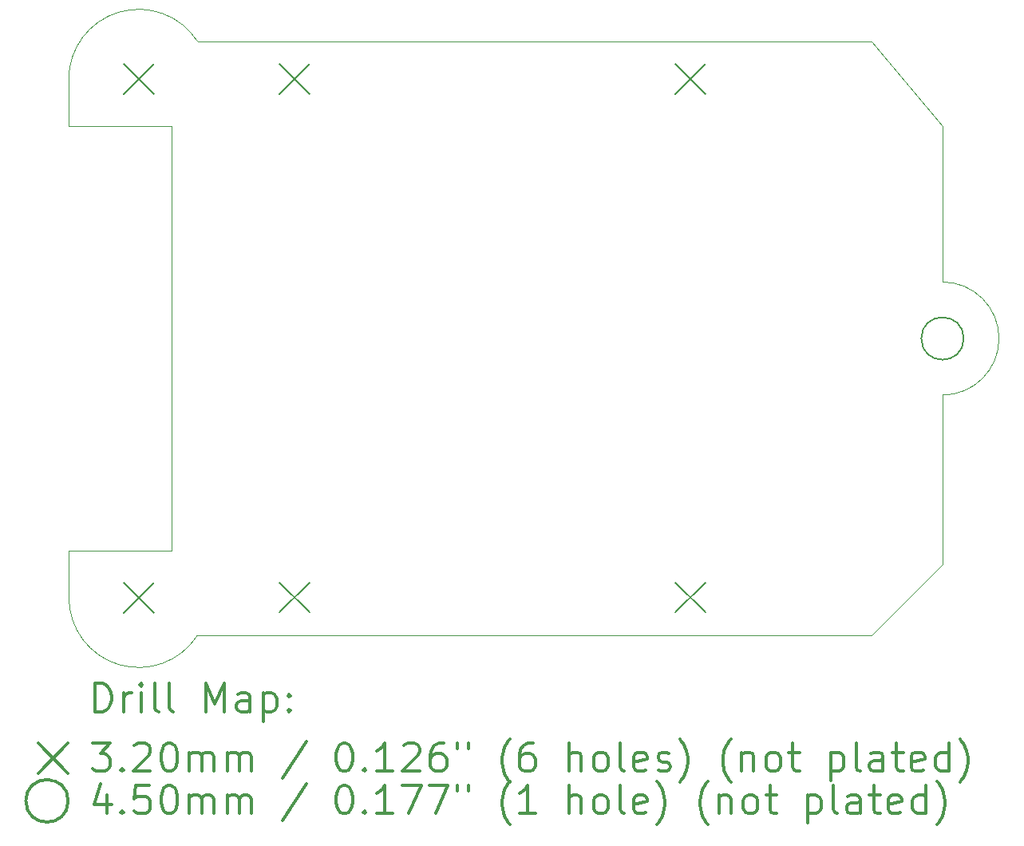
<source format=gbr>
%FSLAX45Y45*%
G04 Gerber Fmt 4.5, Leading zero omitted, Abs format (unit mm)*
G04 Created by KiCad (PCBNEW (5.1.0)-1) date 2022-08-09 13:46:40*
%MOMM*%
%LPD*%
G04 APERTURE LIST*
%ADD10C,0.100000*%
%ADD11C,0.200000*%
%ADD12C,0.300000*%
G04 APERTURE END LIST*
D10*
X15572200Y-6154300D02*
G75*
G02X15572200Y-7354300I0J-600000D01*
G01*
X6305550Y-4504300D02*
X6303022Y-4004334D01*
X7395400Y-4504300D02*
X6305550Y-4504300D01*
X7395400Y-9004300D02*
X7395400Y-4504300D01*
X6305400Y-9004300D02*
X7395400Y-9004300D01*
X6305400Y-9504300D02*
X6305400Y-9004300D01*
X7667443Y-9905128D02*
G75*
G02X6305400Y-9504300I-622043J400828D01*
G01*
X14820900Y-9904300D02*
X7667443Y-9905128D01*
X15572200Y-9153000D02*
X14820900Y-9904300D01*
X15572200Y-7354300D02*
X15572200Y-9153000D01*
X15572200Y-4504300D02*
X15572200Y-6154300D01*
X14820900Y-3604300D02*
X15572200Y-4504300D01*
X7670800Y-3604300D02*
X14820900Y-3604300D01*
X6303022Y-4004334D02*
G75*
G02X7670800Y-3604300I742378J34D01*
G01*
D11*
X12740000Y-3840000D02*
X13060000Y-4160000D01*
X13060000Y-3840000D02*
X12740000Y-4160000D01*
X8540000Y-9340000D02*
X8860000Y-9660000D01*
X8860000Y-9340000D02*
X8540000Y-9660000D01*
X6885400Y-3844300D02*
X7205400Y-4164300D01*
X7205400Y-3844300D02*
X6885400Y-4164300D01*
X8540000Y-3840000D02*
X8860000Y-4160000D01*
X8860000Y-3840000D02*
X8540000Y-4160000D01*
X12740000Y-9340000D02*
X13060000Y-9660000D01*
X13060000Y-9340000D02*
X12740000Y-9660000D01*
X6885400Y-9344300D02*
X7205400Y-9664300D01*
X7205400Y-9344300D02*
X6885400Y-9664300D01*
X15797200Y-6754300D02*
G75*
G03X15797200Y-6754300I-225000J0D01*
G01*
D12*
X6584450Y-10715014D02*
X6584450Y-10415014D01*
X6655879Y-10415014D01*
X6698736Y-10429300D01*
X6727308Y-10457872D01*
X6741593Y-10486443D01*
X6755879Y-10543586D01*
X6755879Y-10586443D01*
X6741593Y-10643586D01*
X6727308Y-10672157D01*
X6698736Y-10700729D01*
X6655879Y-10715014D01*
X6584450Y-10715014D01*
X6884450Y-10715014D02*
X6884450Y-10515014D01*
X6884450Y-10572157D02*
X6898736Y-10543586D01*
X6913022Y-10529300D01*
X6941593Y-10515014D01*
X6970165Y-10515014D01*
X7070165Y-10715014D02*
X7070165Y-10515014D01*
X7070165Y-10415014D02*
X7055879Y-10429300D01*
X7070165Y-10443586D01*
X7084450Y-10429300D01*
X7070165Y-10415014D01*
X7070165Y-10443586D01*
X7255879Y-10715014D02*
X7227308Y-10700729D01*
X7213022Y-10672157D01*
X7213022Y-10415014D01*
X7413022Y-10715014D02*
X7384450Y-10700729D01*
X7370165Y-10672157D01*
X7370165Y-10415014D01*
X7755879Y-10715014D02*
X7755879Y-10415014D01*
X7855879Y-10629300D01*
X7955879Y-10415014D01*
X7955879Y-10715014D01*
X8227308Y-10715014D02*
X8227308Y-10557872D01*
X8213022Y-10529300D01*
X8184450Y-10515014D01*
X8127308Y-10515014D01*
X8098736Y-10529300D01*
X8227308Y-10700729D02*
X8198736Y-10715014D01*
X8127308Y-10715014D01*
X8098736Y-10700729D01*
X8084450Y-10672157D01*
X8084450Y-10643586D01*
X8098736Y-10615014D01*
X8127308Y-10600729D01*
X8198736Y-10600729D01*
X8227308Y-10586443D01*
X8370165Y-10515014D02*
X8370165Y-10815014D01*
X8370165Y-10529300D02*
X8398736Y-10515014D01*
X8455879Y-10515014D01*
X8484450Y-10529300D01*
X8498736Y-10543586D01*
X8513022Y-10572157D01*
X8513022Y-10657872D01*
X8498736Y-10686443D01*
X8484450Y-10700729D01*
X8455879Y-10715014D01*
X8398736Y-10715014D01*
X8370165Y-10700729D01*
X8641593Y-10686443D02*
X8655879Y-10700729D01*
X8641593Y-10715014D01*
X8627308Y-10700729D01*
X8641593Y-10686443D01*
X8641593Y-10715014D01*
X8641593Y-10529300D02*
X8655879Y-10543586D01*
X8641593Y-10557872D01*
X8627308Y-10543586D01*
X8641593Y-10529300D01*
X8641593Y-10557872D01*
X5978022Y-11049300D02*
X6298022Y-11369300D01*
X6298022Y-11049300D02*
X5978022Y-11369300D01*
X6555879Y-11045014D02*
X6741593Y-11045014D01*
X6641593Y-11159300D01*
X6684450Y-11159300D01*
X6713022Y-11173586D01*
X6727308Y-11187871D01*
X6741593Y-11216443D01*
X6741593Y-11287871D01*
X6727308Y-11316443D01*
X6713022Y-11330729D01*
X6684450Y-11345014D01*
X6598736Y-11345014D01*
X6570165Y-11330729D01*
X6555879Y-11316443D01*
X6870165Y-11316443D02*
X6884450Y-11330729D01*
X6870165Y-11345014D01*
X6855879Y-11330729D01*
X6870165Y-11316443D01*
X6870165Y-11345014D01*
X6998736Y-11073586D02*
X7013022Y-11059300D01*
X7041593Y-11045014D01*
X7113022Y-11045014D01*
X7141593Y-11059300D01*
X7155879Y-11073586D01*
X7170165Y-11102157D01*
X7170165Y-11130729D01*
X7155879Y-11173586D01*
X6984450Y-11345014D01*
X7170165Y-11345014D01*
X7355879Y-11045014D02*
X7384450Y-11045014D01*
X7413022Y-11059300D01*
X7427308Y-11073586D01*
X7441593Y-11102157D01*
X7455879Y-11159300D01*
X7455879Y-11230729D01*
X7441593Y-11287871D01*
X7427308Y-11316443D01*
X7413022Y-11330729D01*
X7384450Y-11345014D01*
X7355879Y-11345014D01*
X7327308Y-11330729D01*
X7313022Y-11316443D01*
X7298736Y-11287871D01*
X7284450Y-11230729D01*
X7284450Y-11159300D01*
X7298736Y-11102157D01*
X7313022Y-11073586D01*
X7327308Y-11059300D01*
X7355879Y-11045014D01*
X7584450Y-11345014D02*
X7584450Y-11145014D01*
X7584450Y-11173586D02*
X7598736Y-11159300D01*
X7627308Y-11145014D01*
X7670165Y-11145014D01*
X7698736Y-11159300D01*
X7713022Y-11187871D01*
X7713022Y-11345014D01*
X7713022Y-11187871D02*
X7727308Y-11159300D01*
X7755879Y-11145014D01*
X7798736Y-11145014D01*
X7827308Y-11159300D01*
X7841593Y-11187871D01*
X7841593Y-11345014D01*
X7984450Y-11345014D02*
X7984450Y-11145014D01*
X7984450Y-11173586D02*
X7998736Y-11159300D01*
X8027308Y-11145014D01*
X8070165Y-11145014D01*
X8098736Y-11159300D01*
X8113022Y-11187871D01*
X8113022Y-11345014D01*
X8113022Y-11187871D02*
X8127308Y-11159300D01*
X8155879Y-11145014D01*
X8198736Y-11145014D01*
X8227308Y-11159300D01*
X8241593Y-11187871D01*
X8241593Y-11345014D01*
X8827308Y-11030729D02*
X8570165Y-11416443D01*
X9213022Y-11045014D02*
X9241593Y-11045014D01*
X9270165Y-11059300D01*
X9284450Y-11073586D01*
X9298736Y-11102157D01*
X9313022Y-11159300D01*
X9313022Y-11230729D01*
X9298736Y-11287871D01*
X9284450Y-11316443D01*
X9270165Y-11330729D01*
X9241593Y-11345014D01*
X9213022Y-11345014D01*
X9184450Y-11330729D01*
X9170165Y-11316443D01*
X9155879Y-11287871D01*
X9141593Y-11230729D01*
X9141593Y-11159300D01*
X9155879Y-11102157D01*
X9170165Y-11073586D01*
X9184450Y-11059300D01*
X9213022Y-11045014D01*
X9441593Y-11316443D02*
X9455879Y-11330729D01*
X9441593Y-11345014D01*
X9427308Y-11330729D01*
X9441593Y-11316443D01*
X9441593Y-11345014D01*
X9741593Y-11345014D02*
X9570165Y-11345014D01*
X9655879Y-11345014D02*
X9655879Y-11045014D01*
X9627308Y-11087872D01*
X9598736Y-11116443D01*
X9570165Y-11130729D01*
X9855879Y-11073586D02*
X9870165Y-11059300D01*
X9898736Y-11045014D01*
X9970165Y-11045014D01*
X9998736Y-11059300D01*
X10013022Y-11073586D01*
X10027308Y-11102157D01*
X10027308Y-11130729D01*
X10013022Y-11173586D01*
X9841593Y-11345014D01*
X10027308Y-11345014D01*
X10284450Y-11045014D02*
X10227308Y-11045014D01*
X10198736Y-11059300D01*
X10184450Y-11073586D01*
X10155879Y-11116443D01*
X10141593Y-11173586D01*
X10141593Y-11287871D01*
X10155879Y-11316443D01*
X10170165Y-11330729D01*
X10198736Y-11345014D01*
X10255879Y-11345014D01*
X10284450Y-11330729D01*
X10298736Y-11316443D01*
X10313022Y-11287871D01*
X10313022Y-11216443D01*
X10298736Y-11187871D01*
X10284450Y-11173586D01*
X10255879Y-11159300D01*
X10198736Y-11159300D01*
X10170165Y-11173586D01*
X10155879Y-11187871D01*
X10141593Y-11216443D01*
X10427308Y-11045014D02*
X10427308Y-11102157D01*
X10541593Y-11045014D02*
X10541593Y-11102157D01*
X10984450Y-11459300D02*
X10970165Y-11445014D01*
X10941593Y-11402157D01*
X10927308Y-11373586D01*
X10913022Y-11330729D01*
X10898736Y-11259300D01*
X10898736Y-11202157D01*
X10913022Y-11130729D01*
X10927308Y-11087872D01*
X10941593Y-11059300D01*
X10970165Y-11016443D01*
X10984450Y-11002157D01*
X11227308Y-11045014D02*
X11170165Y-11045014D01*
X11141593Y-11059300D01*
X11127308Y-11073586D01*
X11098736Y-11116443D01*
X11084450Y-11173586D01*
X11084450Y-11287871D01*
X11098736Y-11316443D01*
X11113022Y-11330729D01*
X11141593Y-11345014D01*
X11198736Y-11345014D01*
X11227308Y-11330729D01*
X11241593Y-11316443D01*
X11255879Y-11287871D01*
X11255879Y-11216443D01*
X11241593Y-11187871D01*
X11227308Y-11173586D01*
X11198736Y-11159300D01*
X11141593Y-11159300D01*
X11113022Y-11173586D01*
X11098736Y-11187871D01*
X11084450Y-11216443D01*
X11613022Y-11345014D02*
X11613022Y-11045014D01*
X11741593Y-11345014D02*
X11741593Y-11187871D01*
X11727308Y-11159300D01*
X11698736Y-11145014D01*
X11655879Y-11145014D01*
X11627308Y-11159300D01*
X11613022Y-11173586D01*
X11927308Y-11345014D02*
X11898736Y-11330729D01*
X11884450Y-11316443D01*
X11870165Y-11287871D01*
X11870165Y-11202157D01*
X11884450Y-11173586D01*
X11898736Y-11159300D01*
X11927308Y-11145014D01*
X11970165Y-11145014D01*
X11998736Y-11159300D01*
X12013022Y-11173586D01*
X12027308Y-11202157D01*
X12027308Y-11287871D01*
X12013022Y-11316443D01*
X11998736Y-11330729D01*
X11970165Y-11345014D01*
X11927308Y-11345014D01*
X12198736Y-11345014D02*
X12170165Y-11330729D01*
X12155879Y-11302157D01*
X12155879Y-11045014D01*
X12427308Y-11330729D02*
X12398736Y-11345014D01*
X12341593Y-11345014D01*
X12313022Y-11330729D01*
X12298736Y-11302157D01*
X12298736Y-11187871D01*
X12313022Y-11159300D01*
X12341593Y-11145014D01*
X12398736Y-11145014D01*
X12427308Y-11159300D01*
X12441593Y-11187871D01*
X12441593Y-11216443D01*
X12298736Y-11245014D01*
X12555879Y-11330729D02*
X12584450Y-11345014D01*
X12641593Y-11345014D01*
X12670165Y-11330729D01*
X12684450Y-11302157D01*
X12684450Y-11287871D01*
X12670165Y-11259300D01*
X12641593Y-11245014D01*
X12598736Y-11245014D01*
X12570165Y-11230729D01*
X12555879Y-11202157D01*
X12555879Y-11187871D01*
X12570165Y-11159300D01*
X12598736Y-11145014D01*
X12641593Y-11145014D01*
X12670165Y-11159300D01*
X12784450Y-11459300D02*
X12798736Y-11445014D01*
X12827308Y-11402157D01*
X12841593Y-11373586D01*
X12855879Y-11330729D01*
X12870165Y-11259300D01*
X12870165Y-11202157D01*
X12855879Y-11130729D01*
X12841593Y-11087872D01*
X12827308Y-11059300D01*
X12798736Y-11016443D01*
X12784450Y-11002157D01*
X13327308Y-11459300D02*
X13313022Y-11445014D01*
X13284450Y-11402157D01*
X13270165Y-11373586D01*
X13255879Y-11330729D01*
X13241593Y-11259300D01*
X13241593Y-11202157D01*
X13255879Y-11130729D01*
X13270165Y-11087872D01*
X13284450Y-11059300D01*
X13313022Y-11016443D01*
X13327308Y-11002157D01*
X13441593Y-11145014D02*
X13441593Y-11345014D01*
X13441593Y-11173586D02*
X13455879Y-11159300D01*
X13484450Y-11145014D01*
X13527308Y-11145014D01*
X13555879Y-11159300D01*
X13570165Y-11187871D01*
X13570165Y-11345014D01*
X13755879Y-11345014D02*
X13727308Y-11330729D01*
X13713022Y-11316443D01*
X13698736Y-11287871D01*
X13698736Y-11202157D01*
X13713022Y-11173586D01*
X13727308Y-11159300D01*
X13755879Y-11145014D01*
X13798736Y-11145014D01*
X13827308Y-11159300D01*
X13841593Y-11173586D01*
X13855879Y-11202157D01*
X13855879Y-11287871D01*
X13841593Y-11316443D01*
X13827308Y-11330729D01*
X13798736Y-11345014D01*
X13755879Y-11345014D01*
X13941593Y-11145014D02*
X14055879Y-11145014D01*
X13984450Y-11045014D02*
X13984450Y-11302157D01*
X13998736Y-11330729D01*
X14027308Y-11345014D01*
X14055879Y-11345014D01*
X14384450Y-11145014D02*
X14384450Y-11445014D01*
X14384450Y-11159300D02*
X14413022Y-11145014D01*
X14470165Y-11145014D01*
X14498736Y-11159300D01*
X14513022Y-11173586D01*
X14527308Y-11202157D01*
X14527308Y-11287871D01*
X14513022Y-11316443D01*
X14498736Y-11330729D01*
X14470165Y-11345014D01*
X14413022Y-11345014D01*
X14384450Y-11330729D01*
X14698736Y-11345014D02*
X14670165Y-11330729D01*
X14655879Y-11302157D01*
X14655879Y-11045014D01*
X14941593Y-11345014D02*
X14941593Y-11187871D01*
X14927308Y-11159300D01*
X14898736Y-11145014D01*
X14841593Y-11145014D01*
X14813022Y-11159300D01*
X14941593Y-11330729D02*
X14913022Y-11345014D01*
X14841593Y-11345014D01*
X14813022Y-11330729D01*
X14798736Y-11302157D01*
X14798736Y-11273586D01*
X14813022Y-11245014D01*
X14841593Y-11230729D01*
X14913022Y-11230729D01*
X14941593Y-11216443D01*
X15041593Y-11145014D02*
X15155879Y-11145014D01*
X15084450Y-11045014D02*
X15084450Y-11302157D01*
X15098736Y-11330729D01*
X15127308Y-11345014D01*
X15155879Y-11345014D01*
X15370165Y-11330729D02*
X15341593Y-11345014D01*
X15284450Y-11345014D01*
X15255879Y-11330729D01*
X15241593Y-11302157D01*
X15241593Y-11187871D01*
X15255879Y-11159300D01*
X15284450Y-11145014D01*
X15341593Y-11145014D01*
X15370165Y-11159300D01*
X15384450Y-11187871D01*
X15384450Y-11216443D01*
X15241593Y-11245014D01*
X15641593Y-11345014D02*
X15641593Y-11045014D01*
X15641593Y-11330729D02*
X15613022Y-11345014D01*
X15555879Y-11345014D01*
X15527308Y-11330729D01*
X15513022Y-11316443D01*
X15498736Y-11287871D01*
X15498736Y-11202157D01*
X15513022Y-11173586D01*
X15527308Y-11159300D01*
X15555879Y-11145014D01*
X15613022Y-11145014D01*
X15641593Y-11159300D01*
X15755879Y-11459300D02*
X15770165Y-11445014D01*
X15798736Y-11402157D01*
X15813022Y-11373586D01*
X15827308Y-11330729D01*
X15841593Y-11259300D01*
X15841593Y-11202157D01*
X15827308Y-11130729D01*
X15813022Y-11087872D01*
X15798736Y-11059300D01*
X15770165Y-11016443D01*
X15755879Y-11002157D01*
X6298022Y-11659300D02*
G75*
G03X6298022Y-11659300I-225000J0D01*
G01*
X6713022Y-11595014D02*
X6713022Y-11795014D01*
X6641593Y-11480729D02*
X6570165Y-11695014D01*
X6755879Y-11695014D01*
X6870165Y-11766443D02*
X6884450Y-11780729D01*
X6870165Y-11795014D01*
X6855879Y-11780729D01*
X6870165Y-11766443D01*
X6870165Y-11795014D01*
X7155879Y-11495014D02*
X7013022Y-11495014D01*
X6998736Y-11637871D01*
X7013022Y-11623586D01*
X7041593Y-11609300D01*
X7113022Y-11609300D01*
X7141593Y-11623586D01*
X7155879Y-11637871D01*
X7170165Y-11666443D01*
X7170165Y-11737871D01*
X7155879Y-11766443D01*
X7141593Y-11780729D01*
X7113022Y-11795014D01*
X7041593Y-11795014D01*
X7013022Y-11780729D01*
X6998736Y-11766443D01*
X7355879Y-11495014D02*
X7384450Y-11495014D01*
X7413022Y-11509300D01*
X7427308Y-11523586D01*
X7441593Y-11552157D01*
X7455879Y-11609300D01*
X7455879Y-11680729D01*
X7441593Y-11737871D01*
X7427308Y-11766443D01*
X7413022Y-11780729D01*
X7384450Y-11795014D01*
X7355879Y-11795014D01*
X7327308Y-11780729D01*
X7313022Y-11766443D01*
X7298736Y-11737871D01*
X7284450Y-11680729D01*
X7284450Y-11609300D01*
X7298736Y-11552157D01*
X7313022Y-11523586D01*
X7327308Y-11509300D01*
X7355879Y-11495014D01*
X7584450Y-11795014D02*
X7584450Y-11595014D01*
X7584450Y-11623586D02*
X7598736Y-11609300D01*
X7627308Y-11595014D01*
X7670165Y-11595014D01*
X7698736Y-11609300D01*
X7713022Y-11637871D01*
X7713022Y-11795014D01*
X7713022Y-11637871D02*
X7727308Y-11609300D01*
X7755879Y-11595014D01*
X7798736Y-11595014D01*
X7827308Y-11609300D01*
X7841593Y-11637871D01*
X7841593Y-11795014D01*
X7984450Y-11795014D02*
X7984450Y-11595014D01*
X7984450Y-11623586D02*
X7998736Y-11609300D01*
X8027308Y-11595014D01*
X8070165Y-11595014D01*
X8098736Y-11609300D01*
X8113022Y-11637871D01*
X8113022Y-11795014D01*
X8113022Y-11637871D02*
X8127308Y-11609300D01*
X8155879Y-11595014D01*
X8198736Y-11595014D01*
X8227308Y-11609300D01*
X8241593Y-11637871D01*
X8241593Y-11795014D01*
X8827308Y-11480729D02*
X8570165Y-11866443D01*
X9213022Y-11495014D02*
X9241593Y-11495014D01*
X9270165Y-11509300D01*
X9284450Y-11523586D01*
X9298736Y-11552157D01*
X9313022Y-11609300D01*
X9313022Y-11680729D01*
X9298736Y-11737871D01*
X9284450Y-11766443D01*
X9270165Y-11780729D01*
X9241593Y-11795014D01*
X9213022Y-11795014D01*
X9184450Y-11780729D01*
X9170165Y-11766443D01*
X9155879Y-11737871D01*
X9141593Y-11680729D01*
X9141593Y-11609300D01*
X9155879Y-11552157D01*
X9170165Y-11523586D01*
X9184450Y-11509300D01*
X9213022Y-11495014D01*
X9441593Y-11766443D02*
X9455879Y-11780729D01*
X9441593Y-11795014D01*
X9427308Y-11780729D01*
X9441593Y-11766443D01*
X9441593Y-11795014D01*
X9741593Y-11795014D02*
X9570165Y-11795014D01*
X9655879Y-11795014D02*
X9655879Y-11495014D01*
X9627308Y-11537871D01*
X9598736Y-11566443D01*
X9570165Y-11580729D01*
X9841593Y-11495014D02*
X10041593Y-11495014D01*
X9913022Y-11795014D01*
X10127308Y-11495014D02*
X10327308Y-11495014D01*
X10198736Y-11795014D01*
X10427308Y-11495014D02*
X10427308Y-11552157D01*
X10541593Y-11495014D02*
X10541593Y-11552157D01*
X10984450Y-11909300D02*
X10970165Y-11895014D01*
X10941593Y-11852157D01*
X10927308Y-11823586D01*
X10913022Y-11780729D01*
X10898736Y-11709300D01*
X10898736Y-11652157D01*
X10913022Y-11580729D01*
X10927308Y-11537871D01*
X10941593Y-11509300D01*
X10970165Y-11466443D01*
X10984450Y-11452157D01*
X11255879Y-11795014D02*
X11084450Y-11795014D01*
X11170165Y-11795014D02*
X11170165Y-11495014D01*
X11141593Y-11537871D01*
X11113022Y-11566443D01*
X11084450Y-11580729D01*
X11613022Y-11795014D02*
X11613022Y-11495014D01*
X11741593Y-11795014D02*
X11741593Y-11637871D01*
X11727308Y-11609300D01*
X11698736Y-11595014D01*
X11655879Y-11595014D01*
X11627308Y-11609300D01*
X11613022Y-11623586D01*
X11927308Y-11795014D02*
X11898736Y-11780729D01*
X11884450Y-11766443D01*
X11870165Y-11737871D01*
X11870165Y-11652157D01*
X11884450Y-11623586D01*
X11898736Y-11609300D01*
X11927308Y-11595014D01*
X11970165Y-11595014D01*
X11998736Y-11609300D01*
X12013022Y-11623586D01*
X12027308Y-11652157D01*
X12027308Y-11737871D01*
X12013022Y-11766443D01*
X11998736Y-11780729D01*
X11970165Y-11795014D01*
X11927308Y-11795014D01*
X12198736Y-11795014D02*
X12170165Y-11780729D01*
X12155879Y-11752157D01*
X12155879Y-11495014D01*
X12427308Y-11780729D02*
X12398736Y-11795014D01*
X12341593Y-11795014D01*
X12313022Y-11780729D01*
X12298736Y-11752157D01*
X12298736Y-11637871D01*
X12313022Y-11609300D01*
X12341593Y-11595014D01*
X12398736Y-11595014D01*
X12427308Y-11609300D01*
X12441593Y-11637871D01*
X12441593Y-11666443D01*
X12298736Y-11695014D01*
X12541593Y-11909300D02*
X12555879Y-11895014D01*
X12584450Y-11852157D01*
X12598736Y-11823586D01*
X12613022Y-11780729D01*
X12627308Y-11709300D01*
X12627308Y-11652157D01*
X12613022Y-11580729D01*
X12598736Y-11537871D01*
X12584450Y-11509300D01*
X12555879Y-11466443D01*
X12541593Y-11452157D01*
X13084450Y-11909300D02*
X13070165Y-11895014D01*
X13041593Y-11852157D01*
X13027308Y-11823586D01*
X13013022Y-11780729D01*
X12998736Y-11709300D01*
X12998736Y-11652157D01*
X13013022Y-11580729D01*
X13027308Y-11537871D01*
X13041593Y-11509300D01*
X13070165Y-11466443D01*
X13084450Y-11452157D01*
X13198736Y-11595014D02*
X13198736Y-11795014D01*
X13198736Y-11623586D02*
X13213022Y-11609300D01*
X13241593Y-11595014D01*
X13284450Y-11595014D01*
X13313022Y-11609300D01*
X13327308Y-11637871D01*
X13327308Y-11795014D01*
X13513022Y-11795014D02*
X13484450Y-11780729D01*
X13470165Y-11766443D01*
X13455879Y-11737871D01*
X13455879Y-11652157D01*
X13470165Y-11623586D01*
X13484450Y-11609300D01*
X13513022Y-11595014D01*
X13555879Y-11595014D01*
X13584450Y-11609300D01*
X13598736Y-11623586D01*
X13613022Y-11652157D01*
X13613022Y-11737871D01*
X13598736Y-11766443D01*
X13584450Y-11780729D01*
X13555879Y-11795014D01*
X13513022Y-11795014D01*
X13698736Y-11595014D02*
X13813022Y-11595014D01*
X13741593Y-11495014D02*
X13741593Y-11752157D01*
X13755879Y-11780729D01*
X13784450Y-11795014D01*
X13813022Y-11795014D01*
X14141593Y-11595014D02*
X14141593Y-11895014D01*
X14141593Y-11609300D02*
X14170165Y-11595014D01*
X14227308Y-11595014D01*
X14255879Y-11609300D01*
X14270165Y-11623586D01*
X14284450Y-11652157D01*
X14284450Y-11737871D01*
X14270165Y-11766443D01*
X14255879Y-11780729D01*
X14227308Y-11795014D01*
X14170165Y-11795014D01*
X14141593Y-11780729D01*
X14455879Y-11795014D02*
X14427308Y-11780729D01*
X14413022Y-11752157D01*
X14413022Y-11495014D01*
X14698736Y-11795014D02*
X14698736Y-11637871D01*
X14684450Y-11609300D01*
X14655879Y-11595014D01*
X14598736Y-11595014D01*
X14570165Y-11609300D01*
X14698736Y-11780729D02*
X14670165Y-11795014D01*
X14598736Y-11795014D01*
X14570165Y-11780729D01*
X14555879Y-11752157D01*
X14555879Y-11723586D01*
X14570165Y-11695014D01*
X14598736Y-11680729D01*
X14670165Y-11680729D01*
X14698736Y-11666443D01*
X14798736Y-11595014D02*
X14913022Y-11595014D01*
X14841593Y-11495014D02*
X14841593Y-11752157D01*
X14855879Y-11780729D01*
X14884450Y-11795014D01*
X14913022Y-11795014D01*
X15127308Y-11780729D02*
X15098736Y-11795014D01*
X15041593Y-11795014D01*
X15013022Y-11780729D01*
X14998736Y-11752157D01*
X14998736Y-11637871D01*
X15013022Y-11609300D01*
X15041593Y-11595014D01*
X15098736Y-11595014D01*
X15127308Y-11609300D01*
X15141593Y-11637871D01*
X15141593Y-11666443D01*
X14998736Y-11695014D01*
X15398736Y-11795014D02*
X15398736Y-11495014D01*
X15398736Y-11780729D02*
X15370165Y-11795014D01*
X15313022Y-11795014D01*
X15284450Y-11780729D01*
X15270165Y-11766443D01*
X15255879Y-11737871D01*
X15255879Y-11652157D01*
X15270165Y-11623586D01*
X15284450Y-11609300D01*
X15313022Y-11595014D01*
X15370165Y-11595014D01*
X15398736Y-11609300D01*
X15513022Y-11909300D02*
X15527308Y-11895014D01*
X15555879Y-11852157D01*
X15570165Y-11823586D01*
X15584450Y-11780729D01*
X15598736Y-11709300D01*
X15598736Y-11652157D01*
X15584450Y-11580729D01*
X15570165Y-11537871D01*
X15555879Y-11509300D01*
X15527308Y-11466443D01*
X15513022Y-11452157D01*
M02*

</source>
